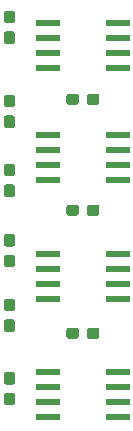
<source format=gbr>
G04 #@! TF.GenerationSoftware,KiCad,Pcbnew,5.0.2-bee76a0~70~ubuntu18.04.1*
G04 #@! TF.CreationDate,2019-09-12T15:25:54-07:00*
G04 #@! TF.ProjectId,potentiostat_featherwing,706f7465-6e74-4696-9f73-7461745f6665,rev?*
G04 #@! TF.SameCoordinates,Original*
G04 #@! TF.FileFunction,Paste,Top*
G04 #@! TF.FilePolarity,Positive*
%FSLAX46Y46*%
G04 Gerber Fmt 4.6, Leading zero omitted, Abs format (unit mm)*
G04 Created by KiCad (PCBNEW 5.0.2-bee76a0~70~ubuntu18.04.1) date Thu 12 Sep 2019 03:25:54 PM PDT*
%MOMM*%
%LPD*%
G01*
G04 APERTURE LIST*
%ADD10C,0.100000*%
%ADD11C,0.950000*%
%ADD12R,2.058000X0.600000*%
G04 APERTURE END LIST*
D10*
G04 #@! TO.C,C6*
G36*
X51378779Y-52866144D02*
X51401834Y-52869563D01*
X51424443Y-52875227D01*
X51446387Y-52883079D01*
X51467457Y-52893044D01*
X51487448Y-52905026D01*
X51506168Y-52918910D01*
X51523438Y-52934562D01*
X51539090Y-52951832D01*
X51552974Y-52970552D01*
X51564956Y-52990543D01*
X51574921Y-53011613D01*
X51582773Y-53033557D01*
X51588437Y-53056166D01*
X51591856Y-53079221D01*
X51593000Y-53102500D01*
X51593000Y-53577500D01*
X51591856Y-53600779D01*
X51588437Y-53623834D01*
X51582773Y-53646443D01*
X51574921Y-53668387D01*
X51564956Y-53689457D01*
X51552974Y-53709448D01*
X51539090Y-53728168D01*
X51523438Y-53745438D01*
X51506168Y-53761090D01*
X51487448Y-53774974D01*
X51467457Y-53786956D01*
X51446387Y-53796921D01*
X51424443Y-53804773D01*
X51401834Y-53810437D01*
X51378779Y-53813856D01*
X51355500Y-53815000D01*
X50780500Y-53815000D01*
X50757221Y-53813856D01*
X50734166Y-53810437D01*
X50711557Y-53804773D01*
X50689613Y-53796921D01*
X50668543Y-53786956D01*
X50648552Y-53774974D01*
X50629832Y-53761090D01*
X50612562Y-53745438D01*
X50596910Y-53728168D01*
X50583026Y-53709448D01*
X50571044Y-53689457D01*
X50561079Y-53668387D01*
X50553227Y-53646443D01*
X50547563Y-53623834D01*
X50544144Y-53600779D01*
X50543000Y-53577500D01*
X50543000Y-53102500D01*
X50544144Y-53079221D01*
X50547563Y-53056166D01*
X50553227Y-53033557D01*
X50561079Y-53011613D01*
X50571044Y-52990543D01*
X50583026Y-52970552D01*
X50596910Y-52951832D01*
X50612562Y-52934562D01*
X50629832Y-52918910D01*
X50648552Y-52905026D01*
X50668543Y-52893044D01*
X50689613Y-52883079D01*
X50711557Y-52875227D01*
X50734166Y-52869563D01*
X50757221Y-52866144D01*
X50780500Y-52865000D01*
X51355500Y-52865000D01*
X51378779Y-52866144D01*
X51378779Y-52866144D01*
G37*
D11*
X51068000Y-53340000D03*
D10*
G36*
X53128779Y-52866144D02*
X53151834Y-52869563D01*
X53174443Y-52875227D01*
X53196387Y-52883079D01*
X53217457Y-52893044D01*
X53237448Y-52905026D01*
X53256168Y-52918910D01*
X53273438Y-52934562D01*
X53289090Y-52951832D01*
X53302974Y-52970552D01*
X53314956Y-52990543D01*
X53324921Y-53011613D01*
X53332773Y-53033557D01*
X53338437Y-53056166D01*
X53341856Y-53079221D01*
X53343000Y-53102500D01*
X53343000Y-53577500D01*
X53341856Y-53600779D01*
X53338437Y-53623834D01*
X53332773Y-53646443D01*
X53324921Y-53668387D01*
X53314956Y-53689457D01*
X53302974Y-53709448D01*
X53289090Y-53728168D01*
X53273438Y-53745438D01*
X53256168Y-53761090D01*
X53237448Y-53774974D01*
X53217457Y-53786956D01*
X53196387Y-53796921D01*
X53174443Y-53804773D01*
X53151834Y-53810437D01*
X53128779Y-53813856D01*
X53105500Y-53815000D01*
X52530500Y-53815000D01*
X52507221Y-53813856D01*
X52484166Y-53810437D01*
X52461557Y-53804773D01*
X52439613Y-53796921D01*
X52418543Y-53786956D01*
X52398552Y-53774974D01*
X52379832Y-53761090D01*
X52362562Y-53745438D01*
X52346910Y-53728168D01*
X52333026Y-53709448D01*
X52321044Y-53689457D01*
X52311079Y-53668387D01*
X52303227Y-53646443D01*
X52297563Y-53623834D01*
X52294144Y-53600779D01*
X52293000Y-53577500D01*
X52293000Y-53102500D01*
X52294144Y-53079221D01*
X52297563Y-53056166D01*
X52303227Y-53033557D01*
X52311079Y-53011613D01*
X52321044Y-52990543D01*
X52333026Y-52970552D01*
X52346910Y-52951832D01*
X52362562Y-52934562D01*
X52379832Y-52918910D01*
X52398552Y-52905026D01*
X52418543Y-52893044D01*
X52439613Y-52883079D01*
X52461557Y-52875227D01*
X52484166Y-52869563D01*
X52507221Y-52866144D01*
X52530500Y-52865000D01*
X53105500Y-52865000D01*
X53128779Y-52866144D01*
X53128779Y-52866144D01*
G37*
D11*
X52818000Y-53340000D03*
G04 #@! TD*
D10*
G04 #@! TO.C,C2*
G36*
X45980779Y-44956144D02*
X46003834Y-44959563D01*
X46026443Y-44965227D01*
X46048387Y-44973079D01*
X46069457Y-44983044D01*
X46089448Y-44995026D01*
X46108168Y-45008910D01*
X46125438Y-45024562D01*
X46141090Y-45041832D01*
X46154974Y-45060552D01*
X46166956Y-45080543D01*
X46176921Y-45101613D01*
X46184773Y-45123557D01*
X46190437Y-45146166D01*
X46193856Y-45169221D01*
X46195000Y-45192500D01*
X46195000Y-45767500D01*
X46193856Y-45790779D01*
X46190437Y-45813834D01*
X46184773Y-45836443D01*
X46176921Y-45858387D01*
X46166956Y-45879457D01*
X46154974Y-45899448D01*
X46141090Y-45918168D01*
X46125438Y-45935438D01*
X46108168Y-45951090D01*
X46089448Y-45964974D01*
X46069457Y-45976956D01*
X46048387Y-45986921D01*
X46026443Y-45994773D01*
X46003834Y-46000437D01*
X45980779Y-46003856D01*
X45957500Y-46005000D01*
X45482500Y-46005000D01*
X45459221Y-46003856D01*
X45436166Y-46000437D01*
X45413557Y-45994773D01*
X45391613Y-45986921D01*
X45370543Y-45976956D01*
X45350552Y-45964974D01*
X45331832Y-45951090D01*
X45314562Y-45935438D01*
X45298910Y-45918168D01*
X45285026Y-45899448D01*
X45273044Y-45879457D01*
X45263079Y-45858387D01*
X45255227Y-45836443D01*
X45249563Y-45813834D01*
X45246144Y-45790779D01*
X45245000Y-45767500D01*
X45245000Y-45192500D01*
X45246144Y-45169221D01*
X45249563Y-45146166D01*
X45255227Y-45123557D01*
X45263079Y-45101613D01*
X45273044Y-45080543D01*
X45285026Y-45060552D01*
X45298910Y-45041832D01*
X45314562Y-45024562D01*
X45331832Y-45008910D01*
X45350552Y-44995026D01*
X45370543Y-44983044D01*
X45391613Y-44973079D01*
X45413557Y-44965227D01*
X45436166Y-44959563D01*
X45459221Y-44956144D01*
X45482500Y-44955000D01*
X45957500Y-44955000D01*
X45980779Y-44956144D01*
X45980779Y-44956144D01*
G37*
D11*
X45720000Y-45480000D03*
D10*
G36*
X45980779Y-46706144D02*
X46003834Y-46709563D01*
X46026443Y-46715227D01*
X46048387Y-46723079D01*
X46069457Y-46733044D01*
X46089448Y-46745026D01*
X46108168Y-46758910D01*
X46125438Y-46774562D01*
X46141090Y-46791832D01*
X46154974Y-46810552D01*
X46166956Y-46830543D01*
X46176921Y-46851613D01*
X46184773Y-46873557D01*
X46190437Y-46896166D01*
X46193856Y-46919221D01*
X46195000Y-46942500D01*
X46195000Y-47517500D01*
X46193856Y-47540779D01*
X46190437Y-47563834D01*
X46184773Y-47586443D01*
X46176921Y-47608387D01*
X46166956Y-47629457D01*
X46154974Y-47649448D01*
X46141090Y-47668168D01*
X46125438Y-47685438D01*
X46108168Y-47701090D01*
X46089448Y-47714974D01*
X46069457Y-47726956D01*
X46048387Y-47736921D01*
X46026443Y-47744773D01*
X46003834Y-47750437D01*
X45980779Y-47753856D01*
X45957500Y-47755000D01*
X45482500Y-47755000D01*
X45459221Y-47753856D01*
X45436166Y-47750437D01*
X45413557Y-47744773D01*
X45391613Y-47736921D01*
X45370543Y-47726956D01*
X45350552Y-47714974D01*
X45331832Y-47701090D01*
X45314562Y-47685438D01*
X45298910Y-47668168D01*
X45285026Y-47649448D01*
X45273044Y-47629457D01*
X45263079Y-47608387D01*
X45255227Y-47586443D01*
X45249563Y-47563834D01*
X45246144Y-47540779D01*
X45245000Y-47517500D01*
X45245000Y-46942500D01*
X45246144Y-46919221D01*
X45249563Y-46896166D01*
X45255227Y-46873557D01*
X45263079Y-46851613D01*
X45273044Y-46830543D01*
X45285026Y-46810552D01*
X45298910Y-46791832D01*
X45314562Y-46774562D01*
X45331832Y-46758910D01*
X45350552Y-46745026D01*
X45370543Y-46733044D01*
X45391613Y-46723079D01*
X45413557Y-46715227D01*
X45436166Y-46709563D01*
X45459221Y-46706144D01*
X45482500Y-46705000D01*
X45957500Y-46705000D01*
X45980779Y-46706144D01*
X45980779Y-46706144D01*
G37*
D11*
X45720000Y-47230000D03*
G04 #@! TD*
D10*
G04 #@! TO.C,C1*
G36*
X45980779Y-56640144D02*
X46003834Y-56643563D01*
X46026443Y-56649227D01*
X46048387Y-56657079D01*
X46069457Y-56667044D01*
X46089448Y-56679026D01*
X46108168Y-56692910D01*
X46125438Y-56708562D01*
X46141090Y-56725832D01*
X46154974Y-56744552D01*
X46166956Y-56764543D01*
X46176921Y-56785613D01*
X46184773Y-56807557D01*
X46190437Y-56830166D01*
X46193856Y-56853221D01*
X46195000Y-56876500D01*
X46195000Y-57451500D01*
X46193856Y-57474779D01*
X46190437Y-57497834D01*
X46184773Y-57520443D01*
X46176921Y-57542387D01*
X46166956Y-57563457D01*
X46154974Y-57583448D01*
X46141090Y-57602168D01*
X46125438Y-57619438D01*
X46108168Y-57635090D01*
X46089448Y-57648974D01*
X46069457Y-57660956D01*
X46048387Y-57670921D01*
X46026443Y-57678773D01*
X46003834Y-57684437D01*
X45980779Y-57687856D01*
X45957500Y-57689000D01*
X45482500Y-57689000D01*
X45459221Y-57687856D01*
X45436166Y-57684437D01*
X45413557Y-57678773D01*
X45391613Y-57670921D01*
X45370543Y-57660956D01*
X45350552Y-57648974D01*
X45331832Y-57635090D01*
X45314562Y-57619438D01*
X45298910Y-57602168D01*
X45285026Y-57583448D01*
X45273044Y-57563457D01*
X45263079Y-57542387D01*
X45255227Y-57520443D01*
X45249563Y-57497834D01*
X45246144Y-57474779D01*
X45245000Y-57451500D01*
X45245000Y-56876500D01*
X45246144Y-56853221D01*
X45249563Y-56830166D01*
X45255227Y-56807557D01*
X45263079Y-56785613D01*
X45273044Y-56764543D01*
X45285026Y-56744552D01*
X45298910Y-56725832D01*
X45314562Y-56708562D01*
X45331832Y-56692910D01*
X45350552Y-56679026D01*
X45370543Y-56667044D01*
X45391613Y-56657079D01*
X45413557Y-56649227D01*
X45436166Y-56643563D01*
X45459221Y-56640144D01*
X45482500Y-56639000D01*
X45957500Y-56639000D01*
X45980779Y-56640144D01*
X45980779Y-56640144D01*
G37*
D11*
X45720000Y-57164000D03*
D10*
G36*
X45980779Y-58390144D02*
X46003834Y-58393563D01*
X46026443Y-58399227D01*
X46048387Y-58407079D01*
X46069457Y-58417044D01*
X46089448Y-58429026D01*
X46108168Y-58442910D01*
X46125438Y-58458562D01*
X46141090Y-58475832D01*
X46154974Y-58494552D01*
X46166956Y-58514543D01*
X46176921Y-58535613D01*
X46184773Y-58557557D01*
X46190437Y-58580166D01*
X46193856Y-58603221D01*
X46195000Y-58626500D01*
X46195000Y-59201500D01*
X46193856Y-59224779D01*
X46190437Y-59247834D01*
X46184773Y-59270443D01*
X46176921Y-59292387D01*
X46166956Y-59313457D01*
X46154974Y-59333448D01*
X46141090Y-59352168D01*
X46125438Y-59369438D01*
X46108168Y-59385090D01*
X46089448Y-59398974D01*
X46069457Y-59410956D01*
X46048387Y-59420921D01*
X46026443Y-59428773D01*
X46003834Y-59434437D01*
X45980779Y-59437856D01*
X45957500Y-59439000D01*
X45482500Y-59439000D01*
X45459221Y-59437856D01*
X45436166Y-59434437D01*
X45413557Y-59428773D01*
X45391613Y-59420921D01*
X45370543Y-59410956D01*
X45350552Y-59398974D01*
X45331832Y-59385090D01*
X45314562Y-59369438D01*
X45298910Y-59352168D01*
X45285026Y-59333448D01*
X45273044Y-59313457D01*
X45263079Y-59292387D01*
X45255227Y-59270443D01*
X45249563Y-59247834D01*
X45246144Y-59224779D01*
X45245000Y-59201500D01*
X45245000Y-58626500D01*
X45246144Y-58603221D01*
X45249563Y-58580166D01*
X45255227Y-58557557D01*
X45263079Y-58535613D01*
X45273044Y-58514543D01*
X45285026Y-58494552D01*
X45298910Y-58475832D01*
X45314562Y-58458562D01*
X45331832Y-58442910D01*
X45350552Y-58429026D01*
X45370543Y-58417044D01*
X45391613Y-58407079D01*
X45413557Y-58399227D01*
X45436166Y-58393563D01*
X45459221Y-58390144D01*
X45482500Y-58389000D01*
X45957500Y-58389000D01*
X45980779Y-58390144D01*
X45980779Y-58390144D01*
G37*
D11*
X45720000Y-58914000D03*
G04 #@! TD*
D10*
G04 #@! TO.C,C3*
G36*
X45980779Y-34895144D02*
X46003834Y-34898563D01*
X46026443Y-34904227D01*
X46048387Y-34912079D01*
X46069457Y-34922044D01*
X46089448Y-34934026D01*
X46108168Y-34947910D01*
X46125438Y-34963562D01*
X46141090Y-34980832D01*
X46154974Y-34999552D01*
X46166956Y-35019543D01*
X46176921Y-35040613D01*
X46184773Y-35062557D01*
X46190437Y-35085166D01*
X46193856Y-35108221D01*
X46195000Y-35131500D01*
X46195000Y-35706500D01*
X46193856Y-35729779D01*
X46190437Y-35752834D01*
X46184773Y-35775443D01*
X46176921Y-35797387D01*
X46166956Y-35818457D01*
X46154974Y-35838448D01*
X46141090Y-35857168D01*
X46125438Y-35874438D01*
X46108168Y-35890090D01*
X46089448Y-35903974D01*
X46069457Y-35915956D01*
X46048387Y-35925921D01*
X46026443Y-35933773D01*
X46003834Y-35939437D01*
X45980779Y-35942856D01*
X45957500Y-35944000D01*
X45482500Y-35944000D01*
X45459221Y-35942856D01*
X45436166Y-35939437D01*
X45413557Y-35933773D01*
X45391613Y-35925921D01*
X45370543Y-35915956D01*
X45350552Y-35903974D01*
X45331832Y-35890090D01*
X45314562Y-35874438D01*
X45298910Y-35857168D01*
X45285026Y-35838448D01*
X45273044Y-35818457D01*
X45263079Y-35797387D01*
X45255227Y-35775443D01*
X45249563Y-35752834D01*
X45246144Y-35729779D01*
X45245000Y-35706500D01*
X45245000Y-35131500D01*
X45246144Y-35108221D01*
X45249563Y-35085166D01*
X45255227Y-35062557D01*
X45263079Y-35040613D01*
X45273044Y-35019543D01*
X45285026Y-34999552D01*
X45298910Y-34980832D01*
X45314562Y-34963562D01*
X45331832Y-34947910D01*
X45350552Y-34934026D01*
X45370543Y-34922044D01*
X45391613Y-34912079D01*
X45413557Y-34904227D01*
X45436166Y-34898563D01*
X45459221Y-34895144D01*
X45482500Y-34894000D01*
X45957500Y-34894000D01*
X45980779Y-34895144D01*
X45980779Y-34895144D01*
G37*
D11*
X45720000Y-35419000D03*
D10*
G36*
X45980779Y-33145144D02*
X46003834Y-33148563D01*
X46026443Y-33154227D01*
X46048387Y-33162079D01*
X46069457Y-33172044D01*
X46089448Y-33184026D01*
X46108168Y-33197910D01*
X46125438Y-33213562D01*
X46141090Y-33230832D01*
X46154974Y-33249552D01*
X46166956Y-33269543D01*
X46176921Y-33290613D01*
X46184773Y-33312557D01*
X46190437Y-33335166D01*
X46193856Y-33358221D01*
X46195000Y-33381500D01*
X46195000Y-33956500D01*
X46193856Y-33979779D01*
X46190437Y-34002834D01*
X46184773Y-34025443D01*
X46176921Y-34047387D01*
X46166956Y-34068457D01*
X46154974Y-34088448D01*
X46141090Y-34107168D01*
X46125438Y-34124438D01*
X46108168Y-34140090D01*
X46089448Y-34153974D01*
X46069457Y-34165956D01*
X46048387Y-34175921D01*
X46026443Y-34183773D01*
X46003834Y-34189437D01*
X45980779Y-34192856D01*
X45957500Y-34194000D01*
X45482500Y-34194000D01*
X45459221Y-34192856D01*
X45436166Y-34189437D01*
X45413557Y-34183773D01*
X45391613Y-34175921D01*
X45370543Y-34165956D01*
X45350552Y-34153974D01*
X45331832Y-34140090D01*
X45314562Y-34124438D01*
X45298910Y-34107168D01*
X45285026Y-34088448D01*
X45273044Y-34068457D01*
X45263079Y-34047387D01*
X45255227Y-34025443D01*
X45249563Y-34002834D01*
X45246144Y-33979779D01*
X45245000Y-33956500D01*
X45245000Y-33381500D01*
X45246144Y-33358221D01*
X45249563Y-33335166D01*
X45255227Y-33312557D01*
X45263079Y-33290613D01*
X45273044Y-33269543D01*
X45285026Y-33249552D01*
X45298910Y-33230832D01*
X45314562Y-33213562D01*
X45331832Y-33197910D01*
X45350552Y-33184026D01*
X45370543Y-33172044D01*
X45391613Y-33162079D01*
X45413557Y-33154227D01*
X45436166Y-33148563D01*
X45459221Y-33145144D01*
X45482500Y-33144000D01*
X45957500Y-33144000D01*
X45980779Y-33145144D01*
X45980779Y-33145144D01*
G37*
D11*
X45720000Y-33669000D03*
G04 #@! TD*
D10*
G04 #@! TO.C,C4*
G36*
X45980779Y-27783144D02*
X46003834Y-27786563D01*
X46026443Y-27792227D01*
X46048387Y-27800079D01*
X46069457Y-27810044D01*
X46089448Y-27822026D01*
X46108168Y-27835910D01*
X46125438Y-27851562D01*
X46141090Y-27868832D01*
X46154974Y-27887552D01*
X46166956Y-27907543D01*
X46176921Y-27928613D01*
X46184773Y-27950557D01*
X46190437Y-27973166D01*
X46193856Y-27996221D01*
X46195000Y-28019500D01*
X46195000Y-28594500D01*
X46193856Y-28617779D01*
X46190437Y-28640834D01*
X46184773Y-28663443D01*
X46176921Y-28685387D01*
X46166956Y-28706457D01*
X46154974Y-28726448D01*
X46141090Y-28745168D01*
X46125438Y-28762438D01*
X46108168Y-28778090D01*
X46089448Y-28791974D01*
X46069457Y-28803956D01*
X46048387Y-28813921D01*
X46026443Y-28821773D01*
X46003834Y-28827437D01*
X45980779Y-28830856D01*
X45957500Y-28832000D01*
X45482500Y-28832000D01*
X45459221Y-28830856D01*
X45436166Y-28827437D01*
X45413557Y-28821773D01*
X45391613Y-28813921D01*
X45370543Y-28803956D01*
X45350552Y-28791974D01*
X45331832Y-28778090D01*
X45314562Y-28762438D01*
X45298910Y-28745168D01*
X45285026Y-28726448D01*
X45273044Y-28706457D01*
X45263079Y-28685387D01*
X45255227Y-28663443D01*
X45249563Y-28640834D01*
X45246144Y-28617779D01*
X45245000Y-28594500D01*
X45245000Y-28019500D01*
X45246144Y-27996221D01*
X45249563Y-27973166D01*
X45255227Y-27950557D01*
X45263079Y-27928613D01*
X45273044Y-27907543D01*
X45285026Y-27887552D01*
X45298910Y-27868832D01*
X45314562Y-27851562D01*
X45331832Y-27835910D01*
X45350552Y-27822026D01*
X45370543Y-27810044D01*
X45391613Y-27800079D01*
X45413557Y-27792227D01*
X45436166Y-27786563D01*
X45459221Y-27783144D01*
X45482500Y-27782000D01*
X45957500Y-27782000D01*
X45980779Y-27783144D01*
X45980779Y-27783144D01*
G37*
D11*
X45720000Y-28307000D03*
D10*
G36*
X45980779Y-26033144D02*
X46003834Y-26036563D01*
X46026443Y-26042227D01*
X46048387Y-26050079D01*
X46069457Y-26060044D01*
X46089448Y-26072026D01*
X46108168Y-26085910D01*
X46125438Y-26101562D01*
X46141090Y-26118832D01*
X46154974Y-26137552D01*
X46166956Y-26157543D01*
X46176921Y-26178613D01*
X46184773Y-26200557D01*
X46190437Y-26223166D01*
X46193856Y-26246221D01*
X46195000Y-26269500D01*
X46195000Y-26844500D01*
X46193856Y-26867779D01*
X46190437Y-26890834D01*
X46184773Y-26913443D01*
X46176921Y-26935387D01*
X46166956Y-26956457D01*
X46154974Y-26976448D01*
X46141090Y-26995168D01*
X46125438Y-27012438D01*
X46108168Y-27028090D01*
X46089448Y-27041974D01*
X46069457Y-27053956D01*
X46048387Y-27063921D01*
X46026443Y-27071773D01*
X46003834Y-27077437D01*
X45980779Y-27080856D01*
X45957500Y-27082000D01*
X45482500Y-27082000D01*
X45459221Y-27080856D01*
X45436166Y-27077437D01*
X45413557Y-27071773D01*
X45391613Y-27063921D01*
X45370543Y-27053956D01*
X45350552Y-27041974D01*
X45331832Y-27028090D01*
X45314562Y-27012438D01*
X45298910Y-26995168D01*
X45285026Y-26976448D01*
X45273044Y-26956457D01*
X45263079Y-26935387D01*
X45255227Y-26913443D01*
X45249563Y-26890834D01*
X45246144Y-26867779D01*
X45245000Y-26844500D01*
X45245000Y-26269500D01*
X45246144Y-26246221D01*
X45249563Y-26223166D01*
X45255227Y-26200557D01*
X45263079Y-26178613D01*
X45273044Y-26157543D01*
X45285026Y-26137552D01*
X45298910Y-26118832D01*
X45314562Y-26101562D01*
X45331832Y-26085910D01*
X45350552Y-26072026D01*
X45370543Y-26060044D01*
X45391613Y-26050079D01*
X45413557Y-26042227D01*
X45436166Y-26036563D01*
X45459221Y-26033144D01*
X45482500Y-26032000D01*
X45957500Y-26032000D01*
X45980779Y-26033144D01*
X45980779Y-26033144D01*
G37*
D11*
X45720000Y-26557000D03*
G04 #@! TD*
D10*
G04 #@! TO.C,C5*
G36*
X51378779Y-33054144D02*
X51401834Y-33057563D01*
X51424443Y-33063227D01*
X51446387Y-33071079D01*
X51467457Y-33081044D01*
X51487448Y-33093026D01*
X51506168Y-33106910D01*
X51523438Y-33122562D01*
X51539090Y-33139832D01*
X51552974Y-33158552D01*
X51564956Y-33178543D01*
X51574921Y-33199613D01*
X51582773Y-33221557D01*
X51588437Y-33244166D01*
X51591856Y-33267221D01*
X51593000Y-33290500D01*
X51593000Y-33765500D01*
X51591856Y-33788779D01*
X51588437Y-33811834D01*
X51582773Y-33834443D01*
X51574921Y-33856387D01*
X51564956Y-33877457D01*
X51552974Y-33897448D01*
X51539090Y-33916168D01*
X51523438Y-33933438D01*
X51506168Y-33949090D01*
X51487448Y-33962974D01*
X51467457Y-33974956D01*
X51446387Y-33984921D01*
X51424443Y-33992773D01*
X51401834Y-33998437D01*
X51378779Y-34001856D01*
X51355500Y-34003000D01*
X50780500Y-34003000D01*
X50757221Y-34001856D01*
X50734166Y-33998437D01*
X50711557Y-33992773D01*
X50689613Y-33984921D01*
X50668543Y-33974956D01*
X50648552Y-33962974D01*
X50629832Y-33949090D01*
X50612562Y-33933438D01*
X50596910Y-33916168D01*
X50583026Y-33897448D01*
X50571044Y-33877457D01*
X50561079Y-33856387D01*
X50553227Y-33834443D01*
X50547563Y-33811834D01*
X50544144Y-33788779D01*
X50543000Y-33765500D01*
X50543000Y-33290500D01*
X50544144Y-33267221D01*
X50547563Y-33244166D01*
X50553227Y-33221557D01*
X50561079Y-33199613D01*
X50571044Y-33178543D01*
X50583026Y-33158552D01*
X50596910Y-33139832D01*
X50612562Y-33122562D01*
X50629832Y-33106910D01*
X50648552Y-33093026D01*
X50668543Y-33081044D01*
X50689613Y-33071079D01*
X50711557Y-33063227D01*
X50734166Y-33057563D01*
X50757221Y-33054144D01*
X50780500Y-33053000D01*
X51355500Y-33053000D01*
X51378779Y-33054144D01*
X51378779Y-33054144D01*
G37*
D11*
X51068000Y-33528000D03*
D10*
G36*
X53128779Y-33054144D02*
X53151834Y-33057563D01*
X53174443Y-33063227D01*
X53196387Y-33071079D01*
X53217457Y-33081044D01*
X53237448Y-33093026D01*
X53256168Y-33106910D01*
X53273438Y-33122562D01*
X53289090Y-33139832D01*
X53302974Y-33158552D01*
X53314956Y-33178543D01*
X53324921Y-33199613D01*
X53332773Y-33221557D01*
X53338437Y-33244166D01*
X53341856Y-33267221D01*
X53343000Y-33290500D01*
X53343000Y-33765500D01*
X53341856Y-33788779D01*
X53338437Y-33811834D01*
X53332773Y-33834443D01*
X53324921Y-33856387D01*
X53314956Y-33877457D01*
X53302974Y-33897448D01*
X53289090Y-33916168D01*
X53273438Y-33933438D01*
X53256168Y-33949090D01*
X53237448Y-33962974D01*
X53217457Y-33974956D01*
X53196387Y-33984921D01*
X53174443Y-33992773D01*
X53151834Y-33998437D01*
X53128779Y-34001856D01*
X53105500Y-34003000D01*
X52530500Y-34003000D01*
X52507221Y-34001856D01*
X52484166Y-33998437D01*
X52461557Y-33992773D01*
X52439613Y-33984921D01*
X52418543Y-33974956D01*
X52398552Y-33962974D01*
X52379832Y-33949090D01*
X52362562Y-33933438D01*
X52346910Y-33916168D01*
X52333026Y-33897448D01*
X52321044Y-33877457D01*
X52311079Y-33856387D01*
X52303227Y-33834443D01*
X52297563Y-33811834D01*
X52294144Y-33788779D01*
X52293000Y-33765500D01*
X52293000Y-33290500D01*
X52294144Y-33267221D01*
X52297563Y-33244166D01*
X52303227Y-33221557D01*
X52311079Y-33199613D01*
X52321044Y-33178543D01*
X52333026Y-33158552D01*
X52346910Y-33139832D01*
X52362562Y-33122562D01*
X52379832Y-33106910D01*
X52398552Y-33093026D01*
X52418543Y-33081044D01*
X52439613Y-33071079D01*
X52461557Y-33063227D01*
X52484166Y-33057563D01*
X52507221Y-33054144D01*
X52530500Y-33053000D01*
X53105500Y-33053000D01*
X53128779Y-33054144D01*
X53128779Y-33054144D01*
G37*
D11*
X52818000Y-33528000D03*
G04 #@! TD*
D10*
G04 #@! TO.C,R1*
G36*
X51378779Y-42452144D02*
X51401834Y-42455563D01*
X51424443Y-42461227D01*
X51446387Y-42469079D01*
X51467457Y-42479044D01*
X51487448Y-42491026D01*
X51506168Y-42504910D01*
X51523438Y-42520562D01*
X51539090Y-42537832D01*
X51552974Y-42556552D01*
X51564956Y-42576543D01*
X51574921Y-42597613D01*
X51582773Y-42619557D01*
X51588437Y-42642166D01*
X51591856Y-42665221D01*
X51593000Y-42688500D01*
X51593000Y-43163500D01*
X51591856Y-43186779D01*
X51588437Y-43209834D01*
X51582773Y-43232443D01*
X51574921Y-43254387D01*
X51564956Y-43275457D01*
X51552974Y-43295448D01*
X51539090Y-43314168D01*
X51523438Y-43331438D01*
X51506168Y-43347090D01*
X51487448Y-43360974D01*
X51467457Y-43372956D01*
X51446387Y-43382921D01*
X51424443Y-43390773D01*
X51401834Y-43396437D01*
X51378779Y-43399856D01*
X51355500Y-43401000D01*
X50780500Y-43401000D01*
X50757221Y-43399856D01*
X50734166Y-43396437D01*
X50711557Y-43390773D01*
X50689613Y-43382921D01*
X50668543Y-43372956D01*
X50648552Y-43360974D01*
X50629832Y-43347090D01*
X50612562Y-43331438D01*
X50596910Y-43314168D01*
X50583026Y-43295448D01*
X50571044Y-43275457D01*
X50561079Y-43254387D01*
X50553227Y-43232443D01*
X50547563Y-43209834D01*
X50544144Y-43186779D01*
X50543000Y-43163500D01*
X50543000Y-42688500D01*
X50544144Y-42665221D01*
X50547563Y-42642166D01*
X50553227Y-42619557D01*
X50561079Y-42597613D01*
X50571044Y-42576543D01*
X50583026Y-42556552D01*
X50596910Y-42537832D01*
X50612562Y-42520562D01*
X50629832Y-42504910D01*
X50648552Y-42491026D01*
X50668543Y-42479044D01*
X50689613Y-42469079D01*
X50711557Y-42461227D01*
X50734166Y-42455563D01*
X50757221Y-42452144D01*
X50780500Y-42451000D01*
X51355500Y-42451000D01*
X51378779Y-42452144D01*
X51378779Y-42452144D01*
G37*
D11*
X51068000Y-42926000D03*
D10*
G36*
X53128779Y-42452144D02*
X53151834Y-42455563D01*
X53174443Y-42461227D01*
X53196387Y-42469079D01*
X53217457Y-42479044D01*
X53237448Y-42491026D01*
X53256168Y-42504910D01*
X53273438Y-42520562D01*
X53289090Y-42537832D01*
X53302974Y-42556552D01*
X53314956Y-42576543D01*
X53324921Y-42597613D01*
X53332773Y-42619557D01*
X53338437Y-42642166D01*
X53341856Y-42665221D01*
X53343000Y-42688500D01*
X53343000Y-43163500D01*
X53341856Y-43186779D01*
X53338437Y-43209834D01*
X53332773Y-43232443D01*
X53324921Y-43254387D01*
X53314956Y-43275457D01*
X53302974Y-43295448D01*
X53289090Y-43314168D01*
X53273438Y-43331438D01*
X53256168Y-43347090D01*
X53237448Y-43360974D01*
X53217457Y-43372956D01*
X53196387Y-43382921D01*
X53174443Y-43390773D01*
X53151834Y-43396437D01*
X53128779Y-43399856D01*
X53105500Y-43401000D01*
X52530500Y-43401000D01*
X52507221Y-43399856D01*
X52484166Y-43396437D01*
X52461557Y-43390773D01*
X52439613Y-43382921D01*
X52418543Y-43372956D01*
X52398552Y-43360974D01*
X52379832Y-43347090D01*
X52362562Y-43331438D01*
X52346910Y-43314168D01*
X52333026Y-43295448D01*
X52321044Y-43275457D01*
X52311079Y-43254387D01*
X52303227Y-43232443D01*
X52297563Y-43209834D01*
X52294144Y-43186779D01*
X52293000Y-43163500D01*
X52293000Y-42688500D01*
X52294144Y-42665221D01*
X52297563Y-42642166D01*
X52303227Y-42619557D01*
X52311079Y-42597613D01*
X52321044Y-42576543D01*
X52333026Y-42556552D01*
X52346910Y-42537832D01*
X52362562Y-42520562D01*
X52379832Y-42504910D01*
X52398552Y-42491026D01*
X52418543Y-42479044D01*
X52439613Y-42469079D01*
X52461557Y-42461227D01*
X52484166Y-42455563D01*
X52507221Y-42452144D01*
X52530500Y-42451000D01*
X53105500Y-42451000D01*
X53128779Y-42452144D01*
X53128779Y-42452144D01*
G37*
D11*
X52818000Y-42926000D03*
G04 #@! TD*
D10*
G04 #@! TO.C,R2*
G36*
X45980779Y-40737144D02*
X46003834Y-40740563D01*
X46026443Y-40746227D01*
X46048387Y-40754079D01*
X46069457Y-40764044D01*
X46089448Y-40776026D01*
X46108168Y-40789910D01*
X46125438Y-40805562D01*
X46141090Y-40822832D01*
X46154974Y-40841552D01*
X46166956Y-40861543D01*
X46176921Y-40882613D01*
X46184773Y-40904557D01*
X46190437Y-40927166D01*
X46193856Y-40950221D01*
X46195000Y-40973500D01*
X46195000Y-41548500D01*
X46193856Y-41571779D01*
X46190437Y-41594834D01*
X46184773Y-41617443D01*
X46176921Y-41639387D01*
X46166956Y-41660457D01*
X46154974Y-41680448D01*
X46141090Y-41699168D01*
X46125438Y-41716438D01*
X46108168Y-41732090D01*
X46089448Y-41745974D01*
X46069457Y-41757956D01*
X46048387Y-41767921D01*
X46026443Y-41775773D01*
X46003834Y-41781437D01*
X45980779Y-41784856D01*
X45957500Y-41786000D01*
X45482500Y-41786000D01*
X45459221Y-41784856D01*
X45436166Y-41781437D01*
X45413557Y-41775773D01*
X45391613Y-41767921D01*
X45370543Y-41757956D01*
X45350552Y-41745974D01*
X45331832Y-41732090D01*
X45314562Y-41716438D01*
X45298910Y-41699168D01*
X45285026Y-41680448D01*
X45273044Y-41660457D01*
X45263079Y-41639387D01*
X45255227Y-41617443D01*
X45249563Y-41594834D01*
X45246144Y-41571779D01*
X45245000Y-41548500D01*
X45245000Y-40973500D01*
X45246144Y-40950221D01*
X45249563Y-40927166D01*
X45255227Y-40904557D01*
X45263079Y-40882613D01*
X45273044Y-40861543D01*
X45285026Y-40841552D01*
X45298910Y-40822832D01*
X45314562Y-40805562D01*
X45331832Y-40789910D01*
X45350552Y-40776026D01*
X45370543Y-40764044D01*
X45391613Y-40754079D01*
X45413557Y-40746227D01*
X45436166Y-40740563D01*
X45459221Y-40737144D01*
X45482500Y-40736000D01*
X45957500Y-40736000D01*
X45980779Y-40737144D01*
X45980779Y-40737144D01*
G37*
D11*
X45720000Y-41261000D03*
D10*
G36*
X45980779Y-38987144D02*
X46003834Y-38990563D01*
X46026443Y-38996227D01*
X46048387Y-39004079D01*
X46069457Y-39014044D01*
X46089448Y-39026026D01*
X46108168Y-39039910D01*
X46125438Y-39055562D01*
X46141090Y-39072832D01*
X46154974Y-39091552D01*
X46166956Y-39111543D01*
X46176921Y-39132613D01*
X46184773Y-39154557D01*
X46190437Y-39177166D01*
X46193856Y-39200221D01*
X46195000Y-39223500D01*
X46195000Y-39798500D01*
X46193856Y-39821779D01*
X46190437Y-39844834D01*
X46184773Y-39867443D01*
X46176921Y-39889387D01*
X46166956Y-39910457D01*
X46154974Y-39930448D01*
X46141090Y-39949168D01*
X46125438Y-39966438D01*
X46108168Y-39982090D01*
X46089448Y-39995974D01*
X46069457Y-40007956D01*
X46048387Y-40017921D01*
X46026443Y-40025773D01*
X46003834Y-40031437D01*
X45980779Y-40034856D01*
X45957500Y-40036000D01*
X45482500Y-40036000D01*
X45459221Y-40034856D01*
X45436166Y-40031437D01*
X45413557Y-40025773D01*
X45391613Y-40017921D01*
X45370543Y-40007956D01*
X45350552Y-39995974D01*
X45331832Y-39982090D01*
X45314562Y-39966438D01*
X45298910Y-39949168D01*
X45285026Y-39930448D01*
X45273044Y-39910457D01*
X45263079Y-39889387D01*
X45255227Y-39867443D01*
X45249563Y-39844834D01*
X45246144Y-39821779D01*
X45245000Y-39798500D01*
X45245000Y-39223500D01*
X45246144Y-39200221D01*
X45249563Y-39177166D01*
X45255227Y-39154557D01*
X45263079Y-39132613D01*
X45273044Y-39111543D01*
X45285026Y-39091552D01*
X45298910Y-39072832D01*
X45314562Y-39055562D01*
X45331832Y-39039910D01*
X45350552Y-39026026D01*
X45370543Y-39014044D01*
X45391613Y-39004079D01*
X45413557Y-38996227D01*
X45436166Y-38990563D01*
X45459221Y-38987144D01*
X45482500Y-38986000D01*
X45957500Y-38986000D01*
X45980779Y-38987144D01*
X45980779Y-38987144D01*
G37*
D11*
X45720000Y-39511000D03*
G04 #@! TD*
D10*
G04 #@! TO.C,R3*
G36*
X45980779Y-50417144D02*
X46003834Y-50420563D01*
X46026443Y-50426227D01*
X46048387Y-50434079D01*
X46069457Y-50444044D01*
X46089448Y-50456026D01*
X46108168Y-50469910D01*
X46125438Y-50485562D01*
X46141090Y-50502832D01*
X46154974Y-50521552D01*
X46166956Y-50541543D01*
X46176921Y-50562613D01*
X46184773Y-50584557D01*
X46190437Y-50607166D01*
X46193856Y-50630221D01*
X46195000Y-50653500D01*
X46195000Y-51228500D01*
X46193856Y-51251779D01*
X46190437Y-51274834D01*
X46184773Y-51297443D01*
X46176921Y-51319387D01*
X46166956Y-51340457D01*
X46154974Y-51360448D01*
X46141090Y-51379168D01*
X46125438Y-51396438D01*
X46108168Y-51412090D01*
X46089448Y-51425974D01*
X46069457Y-51437956D01*
X46048387Y-51447921D01*
X46026443Y-51455773D01*
X46003834Y-51461437D01*
X45980779Y-51464856D01*
X45957500Y-51466000D01*
X45482500Y-51466000D01*
X45459221Y-51464856D01*
X45436166Y-51461437D01*
X45413557Y-51455773D01*
X45391613Y-51447921D01*
X45370543Y-51437956D01*
X45350552Y-51425974D01*
X45331832Y-51412090D01*
X45314562Y-51396438D01*
X45298910Y-51379168D01*
X45285026Y-51360448D01*
X45273044Y-51340457D01*
X45263079Y-51319387D01*
X45255227Y-51297443D01*
X45249563Y-51274834D01*
X45246144Y-51251779D01*
X45245000Y-51228500D01*
X45245000Y-50653500D01*
X45246144Y-50630221D01*
X45249563Y-50607166D01*
X45255227Y-50584557D01*
X45263079Y-50562613D01*
X45273044Y-50541543D01*
X45285026Y-50521552D01*
X45298910Y-50502832D01*
X45314562Y-50485562D01*
X45331832Y-50469910D01*
X45350552Y-50456026D01*
X45370543Y-50444044D01*
X45391613Y-50434079D01*
X45413557Y-50426227D01*
X45436166Y-50420563D01*
X45459221Y-50417144D01*
X45482500Y-50416000D01*
X45957500Y-50416000D01*
X45980779Y-50417144D01*
X45980779Y-50417144D01*
G37*
D11*
X45720000Y-50941000D03*
D10*
G36*
X45980779Y-52167144D02*
X46003834Y-52170563D01*
X46026443Y-52176227D01*
X46048387Y-52184079D01*
X46069457Y-52194044D01*
X46089448Y-52206026D01*
X46108168Y-52219910D01*
X46125438Y-52235562D01*
X46141090Y-52252832D01*
X46154974Y-52271552D01*
X46166956Y-52291543D01*
X46176921Y-52312613D01*
X46184773Y-52334557D01*
X46190437Y-52357166D01*
X46193856Y-52380221D01*
X46195000Y-52403500D01*
X46195000Y-52978500D01*
X46193856Y-53001779D01*
X46190437Y-53024834D01*
X46184773Y-53047443D01*
X46176921Y-53069387D01*
X46166956Y-53090457D01*
X46154974Y-53110448D01*
X46141090Y-53129168D01*
X46125438Y-53146438D01*
X46108168Y-53162090D01*
X46089448Y-53175974D01*
X46069457Y-53187956D01*
X46048387Y-53197921D01*
X46026443Y-53205773D01*
X46003834Y-53211437D01*
X45980779Y-53214856D01*
X45957500Y-53216000D01*
X45482500Y-53216000D01*
X45459221Y-53214856D01*
X45436166Y-53211437D01*
X45413557Y-53205773D01*
X45391613Y-53197921D01*
X45370543Y-53187956D01*
X45350552Y-53175974D01*
X45331832Y-53162090D01*
X45314562Y-53146438D01*
X45298910Y-53129168D01*
X45285026Y-53110448D01*
X45273044Y-53090457D01*
X45263079Y-53069387D01*
X45255227Y-53047443D01*
X45249563Y-53024834D01*
X45246144Y-53001779D01*
X45245000Y-52978500D01*
X45245000Y-52403500D01*
X45246144Y-52380221D01*
X45249563Y-52357166D01*
X45255227Y-52334557D01*
X45263079Y-52312613D01*
X45273044Y-52291543D01*
X45285026Y-52271552D01*
X45298910Y-52252832D01*
X45314562Y-52235562D01*
X45331832Y-52219910D01*
X45350552Y-52206026D01*
X45370543Y-52194044D01*
X45391613Y-52184079D01*
X45413557Y-52176227D01*
X45436166Y-52170563D01*
X45459221Y-52167144D01*
X45482500Y-52166000D01*
X45957500Y-52166000D01*
X45980779Y-52167144D01*
X45980779Y-52167144D01*
G37*
D11*
X45720000Y-52691000D03*
G04 #@! TD*
D12*
G04 #@! TO.C,U2*
X48989000Y-40386000D03*
X48989000Y-39116000D03*
X48989000Y-37846000D03*
X48989000Y-36576000D03*
X54897000Y-36576000D03*
X54897000Y-37846000D03*
X54897000Y-39116000D03*
X54897000Y-40386000D03*
G04 #@! TD*
G04 #@! TO.C,U3*
X54897000Y-60452000D03*
X54897000Y-59182000D03*
X54897000Y-57912000D03*
X54897000Y-56642000D03*
X48989000Y-56642000D03*
X48989000Y-57912000D03*
X48989000Y-59182000D03*
X48989000Y-60452000D03*
G04 #@! TD*
G04 #@! TO.C,U4*
X48989000Y-50419000D03*
X48989000Y-49149000D03*
X48989000Y-47879000D03*
X48989000Y-46609000D03*
X54897000Y-46609000D03*
X54897000Y-47879000D03*
X54897000Y-49149000D03*
X54897000Y-50419000D03*
G04 #@! TD*
G04 #@! TO.C,U5*
X54897000Y-30861000D03*
X54897000Y-29591000D03*
X54897000Y-28321000D03*
X54897000Y-27051000D03*
X48989000Y-27051000D03*
X48989000Y-28321000D03*
X48989000Y-29591000D03*
X48989000Y-30861000D03*
G04 #@! TD*
M02*

</source>
